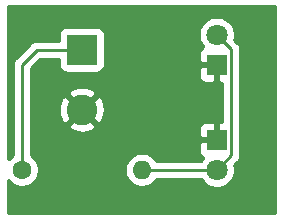
<source format=gbr>
%TF.GenerationSoftware,KiCad,Pcbnew,5.1.6-c6e7f7d~87~ubuntu20.04.1*%
%TF.CreationDate,2020-09-28T16:47:58-03:00*%
%TF.ProjectId,2-leds,322d6c65-6473-42e6-9b69-6361645f7063,rev?*%
%TF.SameCoordinates,Original*%
%TF.FileFunction,Copper,L2,Bot*%
%TF.FilePolarity,Positive*%
%FSLAX46Y46*%
G04 Gerber Fmt 4.6, Leading zero omitted, Abs format (unit mm)*
G04 Created by KiCad (PCBNEW 5.1.6-c6e7f7d~87~ubuntu20.04.1) date 2020-09-28 16:47:58*
%MOMM*%
%LPD*%
G01*
G04 APERTURE LIST*
%TA.AperFunction,ComponentPad*%
%ADD10R,1.800000X1.800000*%
%TD*%
%TA.AperFunction,ComponentPad*%
%ADD11C,1.800000*%
%TD*%
%TA.AperFunction,ComponentPad*%
%ADD12C,1.600000*%
%TD*%
%TA.AperFunction,ComponentPad*%
%ADD13O,1.600000X1.600000*%
%TD*%
%TA.AperFunction,ComponentPad*%
%ADD14R,2.600000X2.600000*%
%TD*%
%TA.AperFunction,ComponentPad*%
%ADD15C,2.600000*%
%TD*%
%TA.AperFunction,Conductor*%
%ADD16C,0.250000*%
%TD*%
%TA.AperFunction,Conductor*%
%ADD17C,0.254000*%
%TD*%
G04 APERTURE END LIST*
D10*
%TO.P,D1,1*%
%TO.N,/gnd*%
X78740000Y-45720000D03*
D11*
%TO.P,D1,2*%
%TO.N,Net-(D1-Pad2)*%
X78740000Y-43180000D03*
%TD*%
%TO.P,D2,2*%
%TO.N,Net-(D1-Pad2)*%
X78740000Y-54610000D03*
D10*
%TO.P,D2,1*%
%TO.N,/gnd*%
X78740000Y-52070000D03*
%TD*%
D12*
%TO.P,R1,1*%
%TO.N,Net-(R1-Pad1)*%
X62230000Y-54610000D03*
D13*
%TO.P,R1,2*%
%TO.N,Net-(D1-Pad2)*%
X72390000Y-54610000D03*
%TD*%
D14*
%TO.P,V1,1*%
%TO.N,Net-(R1-Pad1)*%
X67310000Y-44450000D03*
D15*
%TO.P,V1,2*%
%TO.N,/gnd*%
X67310000Y-49530000D03*
%TD*%
D16*
%TO.N,Net-(D1-Pad2)*%
X72390000Y-54610000D02*
X78740000Y-54610000D01*
X78740000Y-54610000D02*
X79965001Y-53384999D01*
X79965001Y-53384999D02*
X79965001Y-44405001D01*
X79965001Y-44405001D02*
X78740000Y-43180000D01*
%TO.N,Net-(R1-Pad1)*%
X67310000Y-44450000D02*
X63500000Y-44450000D01*
X62230000Y-45720000D02*
X62230000Y-54610000D01*
X63500000Y-44450000D02*
X62230000Y-45720000D01*
%TD*%
D17*
%TO.N,/gnd*%
G36*
X83693000Y-58293000D02*
G01*
X61087000Y-58293000D01*
X61087000Y-55482311D01*
X61115363Y-55524759D01*
X61315241Y-55724637D01*
X61550273Y-55881680D01*
X61811426Y-55989853D01*
X62088665Y-56045000D01*
X62371335Y-56045000D01*
X62648574Y-55989853D01*
X62909727Y-55881680D01*
X63144759Y-55724637D01*
X63344637Y-55524759D01*
X63501680Y-55289727D01*
X63609853Y-55028574D01*
X63665000Y-54751335D01*
X63665000Y-54468665D01*
X70955000Y-54468665D01*
X70955000Y-54751335D01*
X71010147Y-55028574D01*
X71118320Y-55289727D01*
X71275363Y-55524759D01*
X71475241Y-55724637D01*
X71710273Y-55881680D01*
X71971426Y-55989853D01*
X72248665Y-56045000D01*
X72531335Y-56045000D01*
X72808574Y-55989853D01*
X73069727Y-55881680D01*
X73304759Y-55724637D01*
X73504637Y-55524759D01*
X73608043Y-55370000D01*
X77401687Y-55370000D01*
X77547688Y-55588505D01*
X77761495Y-55802312D01*
X78012905Y-55970299D01*
X78292257Y-56086011D01*
X78588816Y-56145000D01*
X78891184Y-56145000D01*
X79187743Y-56086011D01*
X79467095Y-55970299D01*
X79718505Y-55802312D01*
X79932312Y-55588505D01*
X80100299Y-55337095D01*
X80216011Y-55057743D01*
X80275000Y-54761184D01*
X80275000Y-54458816D01*
X80223731Y-54201070D01*
X80476005Y-53948797D01*
X80505002Y-53925000D01*
X80531333Y-53892916D01*
X80599975Y-53809276D01*
X80670547Y-53677246D01*
X80695249Y-53595812D01*
X80714004Y-53533985D01*
X80725001Y-53422332D01*
X80725001Y-53422323D01*
X80728677Y-53385000D01*
X80725001Y-53347677D01*
X80725001Y-44442323D01*
X80728677Y-44405000D01*
X80725001Y-44367677D01*
X80725001Y-44367668D01*
X80714004Y-44256015D01*
X80670547Y-44112754D01*
X80599975Y-43980724D01*
X80528800Y-43893998D01*
X80505002Y-43865000D01*
X80476004Y-43841202D01*
X80223731Y-43588930D01*
X80275000Y-43331184D01*
X80275000Y-43028816D01*
X80216011Y-42732257D01*
X80100299Y-42452905D01*
X79932312Y-42201495D01*
X79718505Y-41987688D01*
X79467095Y-41819701D01*
X79187743Y-41703989D01*
X78891184Y-41645000D01*
X78588816Y-41645000D01*
X78292257Y-41703989D01*
X78012905Y-41819701D01*
X77761495Y-41987688D01*
X77547688Y-42201495D01*
X77379701Y-42452905D01*
X77263989Y-42732257D01*
X77205000Y-43028816D01*
X77205000Y-43331184D01*
X77263989Y-43627743D01*
X77379701Y-43907095D01*
X77547688Y-44158505D01*
X77614127Y-44224944D01*
X77595820Y-44230498D01*
X77485506Y-44289463D01*
X77388815Y-44368815D01*
X77309463Y-44465506D01*
X77250498Y-44575820D01*
X77214188Y-44695518D01*
X77201928Y-44820000D01*
X77205000Y-45434250D01*
X77363750Y-45593000D01*
X78613000Y-45593000D01*
X78613000Y-45573000D01*
X78867000Y-45573000D01*
X78867000Y-45593000D01*
X78887000Y-45593000D01*
X78887000Y-45847000D01*
X78867000Y-45847000D01*
X78867000Y-47096250D01*
X79025750Y-47255000D01*
X79205002Y-47255896D01*
X79205001Y-50534104D01*
X79025750Y-50535000D01*
X78867000Y-50693750D01*
X78867000Y-51943000D01*
X78887000Y-51943000D01*
X78887000Y-52197000D01*
X78867000Y-52197000D01*
X78867000Y-52217000D01*
X78613000Y-52217000D01*
X78613000Y-52197000D01*
X77363750Y-52197000D01*
X77205000Y-52355750D01*
X77201928Y-52970000D01*
X77214188Y-53094482D01*
X77250498Y-53214180D01*
X77309463Y-53324494D01*
X77388815Y-53421185D01*
X77485506Y-53500537D01*
X77595820Y-53559502D01*
X77614127Y-53565056D01*
X77547688Y-53631495D01*
X77401687Y-53850000D01*
X73608043Y-53850000D01*
X73504637Y-53695241D01*
X73304759Y-53495363D01*
X73069727Y-53338320D01*
X72808574Y-53230147D01*
X72531335Y-53175000D01*
X72248665Y-53175000D01*
X71971426Y-53230147D01*
X71710273Y-53338320D01*
X71475241Y-53495363D01*
X71275363Y-53695241D01*
X71118320Y-53930273D01*
X71010147Y-54191426D01*
X70955000Y-54468665D01*
X63665000Y-54468665D01*
X63609853Y-54191426D01*
X63501680Y-53930273D01*
X63344637Y-53695241D01*
X63144759Y-53495363D01*
X62990000Y-53391957D01*
X62990000Y-50879224D01*
X66140381Y-50879224D01*
X66272317Y-51174312D01*
X66613045Y-51345159D01*
X66980557Y-51446250D01*
X67360729Y-51473701D01*
X67738951Y-51426457D01*
X68100690Y-51306333D01*
X68347683Y-51174312D01*
X68349610Y-51170000D01*
X77201928Y-51170000D01*
X77205000Y-51784250D01*
X77363750Y-51943000D01*
X78613000Y-51943000D01*
X78613000Y-50693750D01*
X78454250Y-50535000D01*
X77840000Y-50531928D01*
X77715518Y-50544188D01*
X77595820Y-50580498D01*
X77485506Y-50639463D01*
X77388815Y-50718815D01*
X77309463Y-50815506D01*
X77250498Y-50925820D01*
X77214188Y-51045518D01*
X77201928Y-51170000D01*
X68349610Y-51170000D01*
X68479619Y-50879224D01*
X67310000Y-49709605D01*
X66140381Y-50879224D01*
X62990000Y-50879224D01*
X62990000Y-49580729D01*
X65366299Y-49580729D01*
X65413543Y-49958951D01*
X65533667Y-50320690D01*
X65665688Y-50567683D01*
X65960776Y-50699619D01*
X67130395Y-49530000D01*
X67489605Y-49530000D01*
X68659224Y-50699619D01*
X68954312Y-50567683D01*
X69125159Y-50226955D01*
X69226250Y-49859443D01*
X69253701Y-49479271D01*
X69206457Y-49101049D01*
X69086333Y-48739310D01*
X68954312Y-48492317D01*
X68659224Y-48360381D01*
X67489605Y-49530000D01*
X67130395Y-49530000D01*
X65960776Y-48360381D01*
X65665688Y-48492317D01*
X65494841Y-48833045D01*
X65393750Y-49200557D01*
X65366299Y-49580729D01*
X62990000Y-49580729D01*
X62990000Y-48180776D01*
X66140381Y-48180776D01*
X67310000Y-49350395D01*
X68479619Y-48180776D01*
X68347683Y-47885688D01*
X68006955Y-47714841D01*
X67639443Y-47613750D01*
X67259271Y-47586299D01*
X66881049Y-47633543D01*
X66519310Y-47753667D01*
X66272317Y-47885688D01*
X66140381Y-48180776D01*
X62990000Y-48180776D01*
X62990000Y-46620000D01*
X77201928Y-46620000D01*
X77214188Y-46744482D01*
X77250498Y-46864180D01*
X77309463Y-46974494D01*
X77388815Y-47071185D01*
X77485506Y-47150537D01*
X77595820Y-47209502D01*
X77715518Y-47245812D01*
X77840000Y-47258072D01*
X78454250Y-47255000D01*
X78613000Y-47096250D01*
X78613000Y-45847000D01*
X77363750Y-45847000D01*
X77205000Y-46005750D01*
X77201928Y-46620000D01*
X62990000Y-46620000D01*
X62990000Y-46034801D01*
X63814802Y-45210000D01*
X65371928Y-45210000D01*
X65371928Y-45750000D01*
X65384188Y-45874482D01*
X65420498Y-45994180D01*
X65479463Y-46104494D01*
X65558815Y-46201185D01*
X65655506Y-46280537D01*
X65765820Y-46339502D01*
X65885518Y-46375812D01*
X66010000Y-46388072D01*
X68610000Y-46388072D01*
X68734482Y-46375812D01*
X68854180Y-46339502D01*
X68964494Y-46280537D01*
X69061185Y-46201185D01*
X69140537Y-46104494D01*
X69199502Y-45994180D01*
X69235812Y-45874482D01*
X69248072Y-45750000D01*
X69248072Y-43150000D01*
X69235812Y-43025518D01*
X69199502Y-42905820D01*
X69140537Y-42795506D01*
X69061185Y-42698815D01*
X68964494Y-42619463D01*
X68854180Y-42560498D01*
X68734482Y-42524188D01*
X68610000Y-42511928D01*
X66010000Y-42511928D01*
X65885518Y-42524188D01*
X65765820Y-42560498D01*
X65655506Y-42619463D01*
X65558815Y-42698815D01*
X65479463Y-42795506D01*
X65420498Y-42905820D01*
X65384188Y-43025518D01*
X65371928Y-43150000D01*
X65371928Y-43690000D01*
X63537322Y-43690000D01*
X63499999Y-43686324D01*
X63462676Y-43690000D01*
X63462667Y-43690000D01*
X63351014Y-43700997D01*
X63207753Y-43744454D01*
X63075724Y-43815026D01*
X62959999Y-43909999D01*
X62936201Y-43938997D01*
X61719003Y-45156196D01*
X61689999Y-45179999D01*
X61634871Y-45247174D01*
X61595026Y-45295724D01*
X61524455Y-45427753D01*
X61524454Y-45427754D01*
X61480997Y-45571015D01*
X61470000Y-45682668D01*
X61470000Y-45682678D01*
X61466324Y-45720000D01*
X61470000Y-45757322D01*
X61470001Y-53391956D01*
X61315241Y-53495363D01*
X61115363Y-53695241D01*
X61087000Y-53737689D01*
X61087000Y-40767000D01*
X83693000Y-40767000D01*
X83693000Y-58293000D01*
G37*
X83693000Y-58293000D02*
X61087000Y-58293000D01*
X61087000Y-55482311D01*
X61115363Y-55524759D01*
X61315241Y-55724637D01*
X61550273Y-55881680D01*
X61811426Y-55989853D01*
X62088665Y-56045000D01*
X62371335Y-56045000D01*
X62648574Y-55989853D01*
X62909727Y-55881680D01*
X63144759Y-55724637D01*
X63344637Y-55524759D01*
X63501680Y-55289727D01*
X63609853Y-55028574D01*
X63665000Y-54751335D01*
X63665000Y-54468665D01*
X70955000Y-54468665D01*
X70955000Y-54751335D01*
X71010147Y-55028574D01*
X71118320Y-55289727D01*
X71275363Y-55524759D01*
X71475241Y-55724637D01*
X71710273Y-55881680D01*
X71971426Y-55989853D01*
X72248665Y-56045000D01*
X72531335Y-56045000D01*
X72808574Y-55989853D01*
X73069727Y-55881680D01*
X73304759Y-55724637D01*
X73504637Y-55524759D01*
X73608043Y-55370000D01*
X77401687Y-55370000D01*
X77547688Y-55588505D01*
X77761495Y-55802312D01*
X78012905Y-55970299D01*
X78292257Y-56086011D01*
X78588816Y-56145000D01*
X78891184Y-56145000D01*
X79187743Y-56086011D01*
X79467095Y-55970299D01*
X79718505Y-55802312D01*
X79932312Y-55588505D01*
X80100299Y-55337095D01*
X80216011Y-55057743D01*
X80275000Y-54761184D01*
X80275000Y-54458816D01*
X80223731Y-54201070D01*
X80476005Y-53948797D01*
X80505002Y-53925000D01*
X80531333Y-53892916D01*
X80599975Y-53809276D01*
X80670547Y-53677246D01*
X80695249Y-53595812D01*
X80714004Y-53533985D01*
X80725001Y-53422332D01*
X80725001Y-53422323D01*
X80728677Y-53385000D01*
X80725001Y-53347677D01*
X80725001Y-44442323D01*
X80728677Y-44405000D01*
X80725001Y-44367677D01*
X80725001Y-44367668D01*
X80714004Y-44256015D01*
X80670547Y-44112754D01*
X80599975Y-43980724D01*
X80528800Y-43893998D01*
X80505002Y-43865000D01*
X80476004Y-43841202D01*
X80223731Y-43588930D01*
X80275000Y-43331184D01*
X80275000Y-43028816D01*
X80216011Y-42732257D01*
X80100299Y-42452905D01*
X79932312Y-42201495D01*
X79718505Y-41987688D01*
X79467095Y-41819701D01*
X79187743Y-41703989D01*
X78891184Y-41645000D01*
X78588816Y-41645000D01*
X78292257Y-41703989D01*
X78012905Y-41819701D01*
X77761495Y-41987688D01*
X77547688Y-42201495D01*
X77379701Y-42452905D01*
X77263989Y-42732257D01*
X77205000Y-43028816D01*
X77205000Y-43331184D01*
X77263989Y-43627743D01*
X77379701Y-43907095D01*
X77547688Y-44158505D01*
X77614127Y-44224944D01*
X77595820Y-44230498D01*
X77485506Y-44289463D01*
X77388815Y-44368815D01*
X77309463Y-44465506D01*
X77250498Y-44575820D01*
X77214188Y-44695518D01*
X77201928Y-44820000D01*
X77205000Y-45434250D01*
X77363750Y-45593000D01*
X78613000Y-45593000D01*
X78613000Y-45573000D01*
X78867000Y-45573000D01*
X78867000Y-45593000D01*
X78887000Y-45593000D01*
X78887000Y-45847000D01*
X78867000Y-45847000D01*
X78867000Y-47096250D01*
X79025750Y-47255000D01*
X79205002Y-47255896D01*
X79205001Y-50534104D01*
X79025750Y-50535000D01*
X78867000Y-50693750D01*
X78867000Y-51943000D01*
X78887000Y-51943000D01*
X78887000Y-52197000D01*
X78867000Y-52197000D01*
X78867000Y-52217000D01*
X78613000Y-52217000D01*
X78613000Y-52197000D01*
X77363750Y-52197000D01*
X77205000Y-52355750D01*
X77201928Y-52970000D01*
X77214188Y-53094482D01*
X77250498Y-53214180D01*
X77309463Y-53324494D01*
X77388815Y-53421185D01*
X77485506Y-53500537D01*
X77595820Y-53559502D01*
X77614127Y-53565056D01*
X77547688Y-53631495D01*
X77401687Y-53850000D01*
X73608043Y-53850000D01*
X73504637Y-53695241D01*
X73304759Y-53495363D01*
X73069727Y-53338320D01*
X72808574Y-53230147D01*
X72531335Y-53175000D01*
X72248665Y-53175000D01*
X71971426Y-53230147D01*
X71710273Y-53338320D01*
X71475241Y-53495363D01*
X71275363Y-53695241D01*
X71118320Y-53930273D01*
X71010147Y-54191426D01*
X70955000Y-54468665D01*
X63665000Y-54468665D01*
X63609853Y-54191426D01*
X63501680Y-53930273D01*
X63344637Y-53695241D01*
X63144759Y-53495363D01*
X62990000Y-53391957D01*
X62990000Y-50879224D01*
X66140381Y-50879224D01*
X66272317Y-51174312D01*
X66613045Y-51345159D01*
X66980557Y-51446250D01*
X67360729Y-51473701D01*
X67738951Y-51426457D01*
X68100690Y-51306333D01*
X68347683Y-51174312D01*
X68349610Y-51170000D01*
X77201928Y-51170000D01*
X77205000Y-51784250D01*
X77363750Y-51943000D01*
X78613000Y-51943000D01*
X78613000Y-50693750D01*
X78454250Y-50535000D01*
X77840000Y-50531928D01*
X77715518Y-50544188D01*
X77595820Y-50580498D01*
X77485506Y-50639463D01*
X77388815Y-50718815D01*
X77309463Y-50815506D01*
X77250498Y-50925820D01*
X77214188Y-51045518D01*
X77201928Y-51170000D01*
X68349610Y-51170000D01*
X68479619Y-50879224D01*
X67310000Y-49709605D01*
X66140381Y-50879224D01*
X62990000Y-50879224D01*
X62990000Y-49580729D01*
X65366299Y-49580729D01*
X65413543Y-49958951D01*
X65533667Y-50320690D01*
X65665688Y-50567683D01*
X65960776Y-50699619D01*
X67130395Y-49530000D01*
X67489605Y-49530000D01*
X68659224Y-50699619D01*
X68954312Y-50567683D01*
X69125159Y-50226955D01*
X69226250Y-49859443D01*
X69253701Y-49479271D01*
X69206457Y-49101049D01*
X69086333Y-48739310D01*
X68954312Y-48492317D01*
X68659224Y-48360381D01*
X67489605Y-49530000D01*
X67130395Y-49530000D01*
X65960776Y-48360381D01*
X65665688Y-48492317D01*
X65494841Y-48833045D01*
X65393750Y-49200557D01*
X65366299Y-49580729D01*
X62990000Y-49580729D01*
X62990000Y-48180776D01*
X66140381Y-48180776D01*
X67310000Y-49350395D01*
X68479619Y-48180776D01*
X68347683Y-47885688D01*
X68006955Y-47714841D01*
X67639443Y-47613750D01*
X67259271Y-47586299D01*
X66881049Y-47633543D01*
X66519310Y-47753667D01*
X66272317Y-47885688D01*
X66140381Y-48180776D01*
X62990000Y-48180776D01*
X62990000Y-46620000D01*
X77201928Y-46620000D01*
X77214188Y-46744482D01*
X77250498Y-46864180D01*
X77309463Y-46974494D01*
X77388815Y-47071185D01*
X77485506Y-47150537D01*
X77595820Y-47209502D01*
X77715518Y-47245812D01*
X77840000Y-47258072D01*
X78454250Y-47255000D01*
X78613000Y-47096250D01*
X78613000Y-45847000D01*
X77363750Y-45847000D01*
X77205000Y-46005750D01*
X77201928Y-46620000D01*
X62990000Y-46620000D01*
X62990000Y-46034801D01*
X63814802Y-45210000D01*
X65371928Y-45210000D01*
X65371928Y-45750000D01*
X65384188Y-45874482D01*
X65420498Y-45994180D01*
X65479463Y-46104494D01*
X65558815Y-46201185D01*
X65655506Y-46280537D01*
X65765820Y-46339502D01*
X65885518Y-46375812D01*
X66010000Y-46388072D01*
X68610000Y-46388072D01*
X68734482Y-46375812D01*
X68854180Y-46339502D01*
X68964494Y-46280537D01*
X69061185Y-46201185D01*
X69140537Y-46104494D01*
X69199502Y-45994180D01*
X69235812Y-45874482D01*
X69248072Y-45750000D01*
X69248072Y-43150000D01*
X69235812Y-43025518D01*
X69199502Y-42905820D01*
X69140537Y-42795506D01*
X69061185Y-42698815D01*
X68964494Y-42619463D01*
X68854180Y-42560498D01*
X68734482Y-42524188D01*
X68610000Y-42511928D01*
X66010000Y-42511928D01*
X65885518Y-42524188D01*
X65765820Y-42560498D01*
X65655506Y-42619463D01*
X65558815Y-42698815D01*
X65479463Y-42795506D01*
X65420498Y-42905820D01*
X65384188Y-43025518D01*
X65371928Y-43150000D01*
X65371928Y-43690000D01*
X63537322Y-43690000D01*
X63499999Y-43686324D01*
X63462676Y-43690000D01*
X63462667Y-43690000D01*
X63351014Y-43700997D01*
X63207753Y-43744454D01*
X63075724Y-43815026D01*
X62959999Y-43909999D01*
X62936201Y-43938997D01*
X61719003Y-45156196D01*
X61689999Y-45179999D01*
X61634871Y-45247174D01*
X61595026Y-45295724D01*
X61524455Y-45427753D01*
X61524454Y-45427754D01*
X61480997Y-45571015D01*
X61470000Y-45682668D01*
X61470000Y-45682678D01*
X61466324Y-45720000D01*
X61470000Y-45757322D01*
X61470001Y-53391956D01*
X61315241Y-53495363D01*
X61115363Y-53695241D01*
X61087000Y-53737689D01*
X61087000Y-40767000D01*
X83693000Y-40767000D01*
X83693000Y-58293000D01*
%TD*%
M02*

</source>
